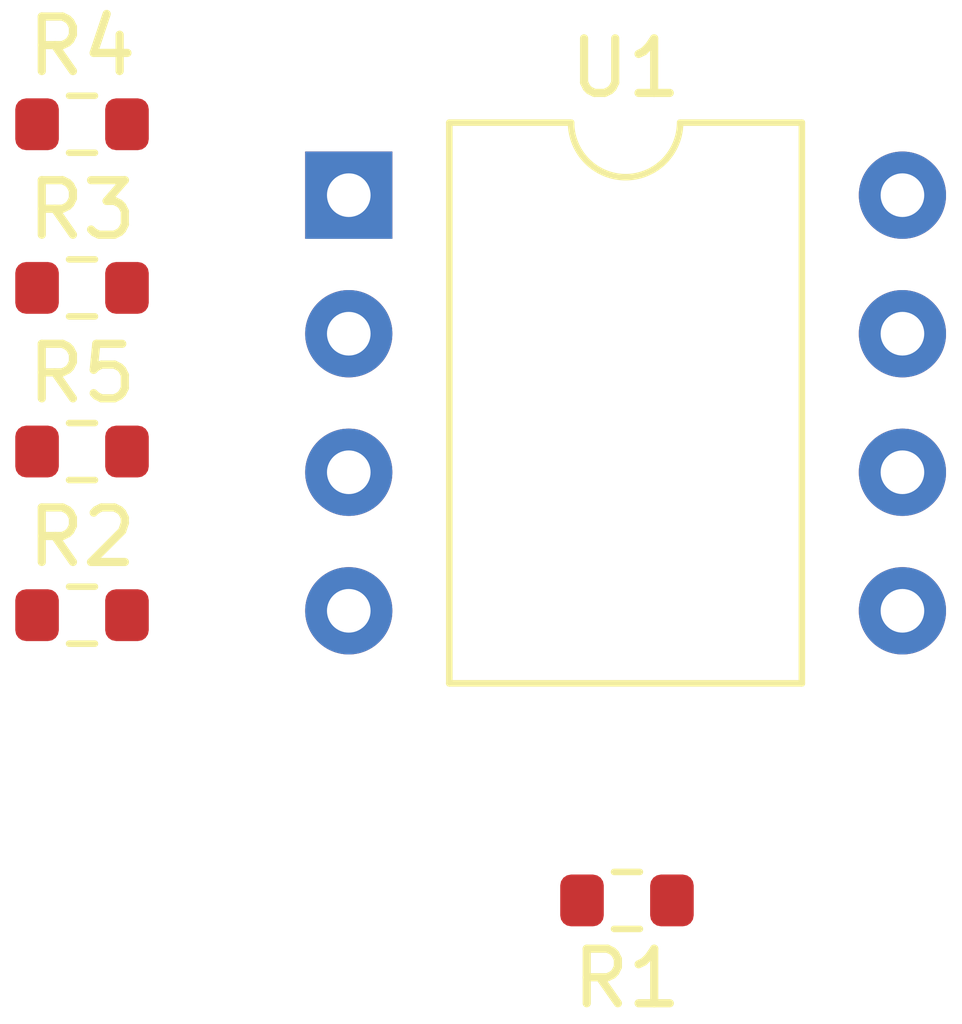
<source format=kicad_pcb>
(kicad_pcb (version 20221018) (generator pcbnew)
  (layers (0 "F.Cu" signal) (31 "B.Cu" signal) (34 "B.Paste" user) (35 "F.Paste" user) (36 "B.SilkS" user "B.Silkscreen") (37 "F.SilkS" user "F.Silkscreen") (38 "B.Mask" user) (39 "F.Mask" user) (44 "Edge.Cuts" user))
  (net 0 "")
  (net 1 "Out")
  (net 2 "N$1")
  (net 3 "In1")
  (net 4 "In2")
  (net 5 "In3")
  (net 6 "In4")
  (net 7 "GND")
  (net 8 "V-")
  (net 9 "V+")
  (footprint "Resistor_SMD:R_0603_1608Metric" (layer "F.Cu") (at 112 105)
    (fp_text reference "R5" (at 0 -1.43) (layer "F.SilkS"))
    (fp_text value "10k")
    (fp_line (start -0.237258 -0.5225) (end 0.237258 -0.5225) (stroke (width 0.12)) (layer "F.SilkS"))
    (fp_line (start -0.237258 0.5225) (end 0.237258 0.5225) (stroke (width 0.12)) (layer "F.SilkS"))
    (pad "1" smd roundrect (at -0.825 0) (size 0.8 0.95) (layers "F.Cu" "F.Paste" "F.Mask") (net 6 "In4"))
    (pad "2" smd roundrect (at 0.825 0) (size 0.8 0.95) (layers "F.Cu" "F.Paste" "F.Mask") (net 2 "N$1"))
  )
  (footprint "Resistor_SMD:R_0603_1608Metric" (layer "F.Cu") (at 122 113.23 180)
    (fp_text reference "R1" (at 0 -1.43) (layer "F.SilkS"))
    (fp_text value "10k")
    (fp_line (start -0.237258 -0.5225) (end 0.237258 -0.5225) (stroke (width 0.12)) (layer "F.SilkS"))
    (fp_line (start -0.237258 0.5225) (end 0.237258 0.5225) (stroke (width 0.12)) (layer "F.SilkS"))
    (pad "1" smd roundrect (at -0.825 0 180) (size 0.8 0.95) (layers "F.Cu" "F.Paste" "F.Mask") (net 1 "Out"))
    (pad "2" smd roundrect (at 0.825 0 180) (size 0.8 0.95) (layers "F.Cu" "F.Paste" "F.Mask") (net 2 "N$1"))
  )
  (footprint "Resistor_SMD:R_0603_1608Metric" (layer "F.Cu") (at 112 99)
    (fp_text reference "R4" (at 0 -1.43) (layer "F.SilkS"))
    (fp_text value "10k")
    (fp_line (start -0.237258 -0.5225) (end 0.237258 -0.5225) (stroke (width 0.12)) (layer "F.SilkS"))
    (fp_line (start -0.237258 0.5225) (end 0.237258 0.5225) (stroke (width 0.12)) (layer "F.SilkS"))
    (pad "1" smd roundrect (at -0.825 0) (size 0.8 0.95) (layers "F.Cu" "F.Paste" "F.Mask") (net 5 "In3"))
    (pad "2" smd roundrect (at 0.825 0) (size 0.8 0.95) (layers "F.Cu" "F.Paste" "F.Mask") (net 2 "N$1"))
  )
  (footprint "Resistor_SMD:R_0603_1608Metric" (layer "F.Cu") (at 112 102)
    (fp_text reference "R3" (at 0 -1.43) (layer "F.SilkS"))
    (fp_text value "10k")
    (fp_line (start -0.237258 -0.5225) (end 0.237258 -0.5225) (stroke (width 0.12)) (layer "F.SilkS"))
    (fp_line (start -0.237258 0.5225) (end 0.237258 0.5225) (stroke (width 0.12)) (layer "F.SilkS"))
    (pad "1" smd roundrect (at -0.825 0) (size 0.8 0.95) (layers "F.Cu" "F.Paste" "F.Mask") (net 4 "In2"))
    (pad "2" smd roundrect (at 0.825 0) (size 0.8 0.95) (layers "F.Cu" "F.Paste" "F.Mask") (net 2 "N$1"))
  )
  (footprint "Resistor_SMD:R_0603_1608Metric" (layer "F.Cu") (at 112 108)
    (fp_text reference "R2" (at 0 -1.43) (layer "F.SilkS"))
    (fp_text value "10k")
    (fp_line (start -0.237258 -0.5225) (end 0.237258 -0.5225) (stroke (width 0.12)) (layer "F.SilkS"))
    (fp_line (start -0.237258 0.5225) (end 0.237258 0.5225) (stroke (width 0.12)) (layer "F.SilkS"))
    (pad "1" smd roundrect (at -0.825 0) (size 0.8 0.95) (layers "F.Cu" "F.Paste" "F.Mask") (net 3 "In1"))
    (pad "2" smd roundrect (at 0.825 0) (size 0.8 0.95) (layers "F.Cu" "F.Paste" "F.Mask") (net 2 "N$1"))
  )
  (footprint "Package_DIP:DIP-8_W10.16mm" (layer "F.Cu") (at 116.895 100.3)
    (fp_text reference "U1" (at 5.08 -2.33) (layer "F.SilkS"))
    (fp_text value "LM741")
    (fp_line (start 1.845 -1.33) (end 1.845 8.95) (stroke (width 0.12)) (layer "F.SilkS"))
    (fp_line (start 1.845 8.95) (end 8.315 8.95) (stroke (width 0.12)) (layer "F.SilkS"))
    (fp_line (start 4.08 -1.33) (end 1.845 -1.33) (stroke (width 0.12)) (layer "F.SilkS"))
    (fp_line (start 8.315 -1.33) (end 6.08 -1.33) (stroke (width 0.12)) (layer "F.SilkS"))
    (fp_line (start 8.315 8.95) (end 8.315 -1.33) (stroke (width 0.12)) (layer "F.SilkS"))
    (fp_arc (start 6.08 -1.33) (mid 5.08 -0.33) (end 4.08 -1.33) (stroke (width 0.12)) (layer "F.SilkS"))
    (pad "1" thru_hole rect (at 0 0) (size 1.6 1.6) (drill 0.8) (layers "*.Cu" "*.Mask"))
    (pad "2" thru_hole oval (at 0 2.54) (size 1.6 1.6) (drill 0.8) (layers "*.Cu" "*.Mask") (net 2 "N$1"))
    (pad "3" thru_hole oval (at 0 5.08) (size 1.6 1.6) (drill 0.8) (layers "*.Cu" "*.Mask") (net 7 "GND"))
    (pad "4" thru_hole oval (at 0 7.62) (size 1.6 1.6) (drill 0.8) (layers "*.Cu" "*.Mask") (net 8 "V-"))
    (pad "5" thru_hole oval (at 10.16 7.62) (size 1.6 1.6) (drill 0.8) (layers "*.Cu" "*.Mask"))
    (pad "6" thru_hole oval (at 10.16 5.08) (size 1.6 1.6) (drill 0.8) (layers "*.Cu" "*.Mask") (net 1 "Out"))
    (pad "7" thru_hole oval (at 10.16 2.54) (size 1.6 1.6) (drill 0.8) (layers "*.Cu" "*.Mask") (net 9 "V+"))
    (pad "8" thru_hole oval (at 10.16 0) (size 1.6 1.6) (drill 0.8) (layers "*.Cu" "*.Mask"))
  )
)
</source>
